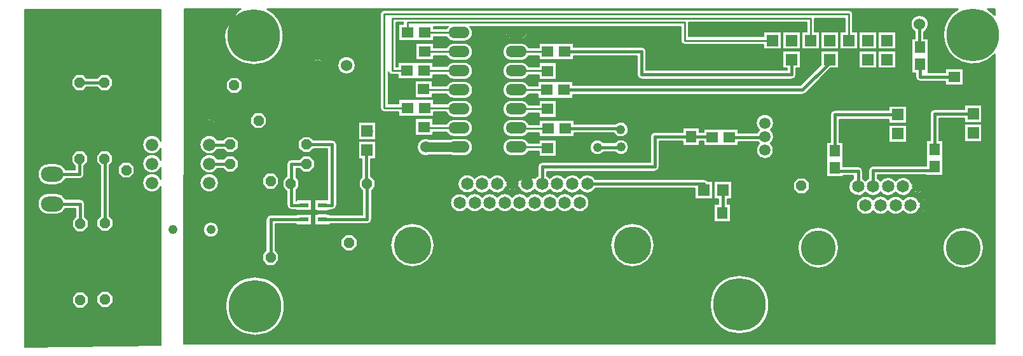
<source format=gbr>
G04 EasyPC Gerber Version 21.0.3 Build 4286 *
G04 #@! TF.Part,Single*
G04 #@! TF.FileFunction,Copper,L1,Top *
G04 #@! TF.FilePolarity,Positive *
%FSLAX35Y35*%
%MOIN*%
G04 #@! TA.AperFunction,ComponentPad*
%AMT78*0 Octagon Pad at angle 0*4,1,8,-0.01077,-0.02600,0.01077,-0.02600,0.02600,-0.01077,0.02600,0.01077,0.01077,0.02600,-0.01077,0.02600,-0.02600,0.01077,-0.02600,-0.01077,-0.01077,-0.02600,0*%
%ADD78T78*%
G04 #@! TA.AperFunction,SMDPad*
%ADD76R,0.05500X0.06000*%
G04 #@! TA.AperFunction,WasherPad*
%ADD26R,0.06000X0.06000*%
G04 #@! TA.AperFunction,ComponentPad*
%ADD80R,0.06600X0.06600*%
G04 #@! TD.AperFunction*
%ADD24C,0.00001*%
%ADD17C,0.00500*%
%ADD18C,0.01000*%
%ADD84C,0.01500*%
G04 #@! TA.AperFunction,ComponentPad*
%ADD79C,0.04764*%
G04 #@! TA.AperFunction,ViaPad*
%ADD85C,0.04800*%
G04 #@! TD.AperFunction*
%ADD83C,0.05000*%
G04 #@! TA.AperFunction,ComponentPad*
%ADD77C,0.05945*%
G04 #@! TA.AperFunction,WasherPad*
%ADD28C,0.06000*%
G04 #@! TA.AperFunction,ComponentPad*
%ADD72C,0.06496*%
%ADD81C,0.06600*%
%ADD73C,0.18307*%
%ADD74C,0.19685*%
G04 #@! TA.AperFunction,WasherPad*
%ADD25C,0.27559*%
%ADD27O,0.11000X0.06000*%
%ADD29O,0.11811X0.07874*%
G04 #@! TA.AperFunction,SMDPad*
%ADD82R,0.04724X0.02362*%
%ADD75R,0.06000X0.05500*%
X0Y0D02*
D02*
D17*
X10880Y181648D02*
Y4778D01*
X82041Y5860*
Y88909*
G75*
G02X72606Y90900I-4508J1991*
G01*
G75*
G02X82041Y92891I4928*
G01*
Y98909*
G75*
G02X72606Y100900I-4508J1991*
G01*
G75*
G02X82041Y102891I4928*
G01*
Y108909*
G75*
G02X72606Y110900I-4508J1991*
G01*
G75*
G02X82041Y112891I4928*
G01*
Y181648*
X10880*
X42293Y73063D02*
X44143Y71213D01*
Y67712*
X41666Y65235*
X38165*
X35687Y67712*
Y71213*
X37537Y73063*
Y77518*
X32250*
G75*
G02X27219Y74331I-5031J2378*
G01*
X23281*
G75*
G02Y85461J5565*
G01*
X27219*
G75*
G02X32250Y82274J-5565*
G01*
X39915*
G75*
G02X42293Y79896J-2378*
G01*
Y73063*
X41666Y33691D02*
X44143Y31213D01*
Y27712*
X41666Y25235*
X38165*
X35687Y27712*
Y31213*
X38165Y33691*
X41666*
X41370Y107608D02*
X43848Y105130D01*
Y101630*
X41998Y99780*
Y95421*
G75*
G02X39620Y93043I-2378*
G01*
X32250*
G75*
G02X27219Y89856I-5031J2378*
G01*
X23281*
G75*
G02Y100986J5565*
G01*
X27219*
G75*
G02X32250Y97799J-5565*
G01*
X37242*
Y99780*
X35392Y101630*
Y105130*
X37870Y107608*
X41370*
X54363Y147608D02*
X56840Y145130D01*
Y141630*
X54363Y139152*
X50862*
X49012Y141002*
X43220*
X41370Y139152*
X37870*
X35392Y141630*
Y145130*
X37870Y147608*
X41370*
X43220Y145758*
X49012*
X50862Y147608*
X54363*
X55187Y73358D02*
X57037Y71508D01*
Y68007*
X54559Y65530*
X51059*
X48581Y68007*
Y71508*
X50431Y73358*
Y99583*
X48384Y101630*
Y105130*
X50862Y107608*
X54363*
X56840Y105130*
Y101630*
X55187Y99976*
Y73358*
X54559Y33986D02*
X57037Y31508D01*
Y28007*
X54559Y25530*
X51059*
X48581Y28007*
Y31508*
X51059Y33986*
X54559*
X65780Y101781D02*
X68257Y99304D01*
Y95803*
X65780Y93325*
X62279*
X59802Y95803*
Y99304*
X62279Y101781*
X65780*
X65209Y80403D02*
X66880Y78733D01*
Y76374*
X65209Y74703*
X62850*
X61180Y76374*
Y78733*
X62850Y80403*
X65209*
X73982Y124451D02*
X81085D01*
Y117348*
X73982*
Y124451*
X78459Y68945D02*
G75*
G02X81091Y66313J-2632D01*
G01*
G75*
G02X78459Y63681I-2632*
G01*
G75*
G02X75827Y66313J2632*
G01*
G75*
G02X78459Y68945I2632*
G01*
X81791Y5856D02*
G36*
Y29463D01*
X57037*
Y28007*
X54559Y25530*
X51059*
X48581Y28007*
Y29463*
X44143*
Y27712*
X41666Y25235*
X38165*
X35687Y27712*
Y29463*
X11130*
Y5028*
X27312*
X81791Y5856*
G37*
X55343Y66313D02*
G36*
X54559Y65530D01*
X51059*
X50276Y66313*
X42744*
X41666Y65235*
X38165*
X37087Y66313*
X11130*
Y29463*
X35687*
Y31213*
X38165Y33691*
X41666*
X44143Y31213*
Y29463*
X48581*
Y31508*
X51059Y33986*
X54559*
X57037Y31508*
Y29463*
X81791*
Y66313*
X81091*
G75*
G02X78459Y63681I-2632*
G01*
G75*
G02X75827Y66313J2632*
G01*
X55343*
G37*
X37087D02*
G36*
X35687Y67712D01*
Y71213*
X37537Y73063*
Y75348*
X30426*
G75*
G02X27219Y74331I-3207J4548*
G01*
X23281*
G75*
G02X20074Y75348J5565*
G01*
X11130*
Y66313*
X37087*
G37*
X50276D02*
G36*
X48581Y68007D01*
Y71508*
X50431Y73358*
Y75348*
X42293*
Y73063*
X44143Y71213*
Y67712*
X42744Y66313*
X50276*
G37*
X65854Y75348D02*
G36*
X65209Y74703D01*
X62850*
X62206Y75348*
X55187*
Y73358*
X57037Y71508*
Y68007*
X55343Y66313*
X75827*
G75*
G02X78459Y68945I2632*
G01*
G75*
G02X81091Y66313J-2632*
G01*
X81791*
Y75348*
X65854*
G37*
X73108Y98732D02*
G36*
X68257D01*
Y95803*
X65780Y93325*
X62279*
X59802Y95803*
Y98732*
X55187*
Y75348*
X62206*
X61180Y76374*
Y78733*
X62850Y80403*
X65209*
X66880Y78733*
Y76374*
X65854Y75348*
X81791*
Y88419*
G75*
G02X72606Y90900I-4258J2481*
G01*
G75*
G02X81791Y93381I4928*
G01*
Y98419*
G75*
G02X73108Y98732I-4258J2481*
G01*
G37*
X37242D02*
G36*
X31692D01*
G75*
G02X32250Y97799I-4473J-3310*
G01*
X37242*
Y98732*
G37*
X37537Y75348D02*
G36*
Y77518D01*
X32250*
G75*
G02X30426Y75348I-5031J2378*
G01*
X37537*
G37*
X50431Y98732D02*
G36*
X41998D01*
Y95421*
G75*
G02X39620Y93043I-2378*
G01*
X32250*
G75*
G02X27219Y89856I-5031J2379*
G01*
X23281*
G75*
G02X17717Y95421J5565*
G01*
G75*
G02X18808Y98732I5565*
G01*
X11130*
Y75348*
X20074*
G75*
G02X17717Y79896I3207J4548*
G01*
G75*
G02X23281Y85461I5565*
G01*
X27219*
G75*
G02X32250Y82274J-5565*
G01*
X39915*
G75*
G02X42293Y79896J-2378*
G01*
Y75348*
X50431*
Y98732*
G37*
X81791Y113381D02*
G36*
Y120900D01*
X81085*
Y117348*
X73982*
Y120900*
X11130*
Y98732*
X18808*
G75*
G02X23281Y100986I4473J-3311*
G01*
X27219*
G75*
G02X31692Y98732I0J-5565*
G01*
X37242*
Y99780*
X35392Y101630*
Y105130*
X37870Y107608*
X41370*
X43848Y105130*
Y101630*
X41998Y99780*
Y98732*
X50431*
Y99583*
X48384Y101630*
Y105130*
X50862Y107608*
X54363*
X56840Y105130*
Y101630*
X55187Y99976*
Y98732*
X59802*
Y99304*
X62279Y101781*
X65780*
X68257Y99304*
Y98732*
X73108*
G75*
G02X72606Y100900I4426J2168*
G01*
G75*
G02X81791Y103381I4928*
G01*
Y108419*
G75*
G02X72606Y110900I-4258J2481*
G01*
G75*
G02X81791Y113381I4928*
G01*
G37*
X56840Y143380D02*
G36*
Y141630D01*
X54363Y139152*
X50862*
X49012Y141002*
X43220*
X41370Y139152*
X37870*
X35392Y141630*
Y143380*
X11130*
Y120900*
X73982*
Y124451*
X81085*
Y120900*
X81791*
Y143380*
X56840*
G37*
X11130Y181398D02*
G36*
Y143380D01*
X35392*
Y145130*
X37870Y147608*
X41370*
X43220Y145758*
X49012*
X50862Y147608*
X54363*
X56840Y145130*
Y143380*
X81791*
Y181398*
X11130*
G37*
X225106Y172906D02*
Y171728D01*
X231947*
G75*
G02X232818Y172906I4110J-2129*
G01*
X225106*
G36*
Y171728*
X231947*
G75*
G02X232818Y172906I4110J-2129*
G01*
X225106*
G37*
X519443Y158433D02*
G75*
G02X492421Y168557I-11614J10124D01*
G01*
G75*
G02X500199Y181943I15407*
G01*
X137852*
G75*
G02X146366Y168163I-6893J-13780*
G01*
G75*
G02X115551I-15407*
G01*
G75*
G02X124065Y181943I15407*
G01*
X94443*
X94148Y6549*
X519443*
Y158433*
X503961Y149510D02*
X510461D01*
Y143510*
X503961*
Y149510*
X185701Y112732D02*
X194957D01*
Y103476*
X192293*
Y94421*
X194557Y92158*
Y88657*
X192707Y86807*
Y71707*
G75*
G02X190329Y69329I-2378*
G01*
X170874*
Y68898*
X162894*
Y74516*
X164272*
Y76378*
X162894*
Y81996*
X169624*
Y108600*
X162138*
X160288Y106750*
X156787*
X154309Y109228*
Y112729*
X156787Y115206*
X160288*
X162138Y113356*
X172002*
G75*
G02X174380Y110978J-2378*
G01*
Y79187*
G75*
G02X172002Y76809I-2378*
G01*
X170874*
Y76378*
X169496*
Y74516*
X170874*
Y74085*
X187951*
Y86807*
X186101Y88657*
Y92158*
X187537Y93594*
Y103476*
X185701*
Y112732*
X182611Y63671D02*
X185088Y61193D01*
Y57693*
X182611Y55215*
X179110*
X176632Y57693*
Y61193*
X179110Y63671*
X182611*
X164522Y155764D02*
G75*
G02X167772Y152514J-3250D01*
G01*
G75*
G02X164522Y149264I-3250*
G01*
G75*
G02X161272Y152514J3250*
G01*
G75*
G02X164522Y155764I3250*
G01*
X174579Y126328D02*
X176250Y124658D01*
Y122299*
X174579Y120628*
X172220*
X170550Y122299*
Y124658*
X172220Y126328*
X174579*
X174894Y152514D02*
G75*
G02X184150I4628D01*
G01*
G75*
G02X174894I-4628*
G01*
X182040Y82293D02*
X183710Y80622D01*
Y78263*
X182040Y76593*
X179681*
X178010Y78263*
Y80622*
X179681Y82293*
X182040*
X185701Y122732D02*
X194957D01*
Y113476*
X185701*
Y122732*
X445016Y170173D02*
X447516D01*
Y160917*
X438260*
Y170173*
X440760*
Y177157*
X425016*
Y170173*
X427516*
Y160917*
X418260*
Y170173*
X420760*
Y175091*
X358972*
G75*
G02X358972Y175033I-2128J-58*
G01*
Y167673*
X398260*
Y170173*
X407516*
Y160917*
X398260*
Y163417*
X356844*
G75*
G02X354717Y165545J2128*
G01*
Y172906*
X244296*
G75*
G02X241057Y164972I-3239J-3305*
G01*
X236057*
G75*
G02X231947Y167472J4628*
G01*
X225106*
Y165419*
X206850*
Y174175*
X209350*
Y175033*
G75*
G02X209351Y175091I2128J-1*
G01*
X205528*
Y151846*
X206555*
Y154096*
X224811*
Y152004*
X232102*
G75*
G02X236057Y154228I3955J-2404*
G01*
X241057*
G75*
G02X245685Y149600J-4628*
G01*
G75*
G02X241057Y144972I-4628*
G01*
X236057*
G75*
G02X231968Y147433J4628*
G01*
X224811*
Y145341*
X206555*
Y147591*
X203400*
G75*
G02X201394Y149008J2128*
G01*
Y132358*
X206850*
Y134608*
X225106*
Y132358*
X232341*
G75*
G02X236057Y134228I3717J-2758*
G01*
X241057*
G75*
G02X245685Y129600J-4628*
G01*
G75*
G02X241057Y124972I-4628*
G01*
X236057*
G75*
G02X231678Y128102J4628*
G01*
X225106*
Y125852*
X206850*
Y128102*
X199266*
G75*
G02X197138Y130230J2128*
G01*
Y179285*
G75*
G02X199266Y181413I2128*
G01*
X442888*
G75*
G02X445016Y179285J-2128*
G01*
Y170173*
X439638Y158795D02*
X446138D01*
Y152295*
X439638*
Y158795*
X428260Y170173D02*
X437516D01*
Y160917*
X428260*
Y170173*
X419638Y158795D02*
X426138D01*
Y152295*
X419638*
Y158795*
X408260Y160173D02*
X417516D01*
Y150917*
X415266*
Y147593*
G75*
G02X412888Y145215I-2378*
G01*
X334207*
G75*
G02X331829Y147593J2378*
G01*
Y157478*
X298630*
Y155478*
X280374*
Y157472*
X275167*
G75*
G02X271057Y154972I-4110J2128*
G01*
X266057*
G75*
G02X261429Y159600J4628*
G01*
G75*
G02X266057Y164228I4628*
G01*
X271057*
G75*
G02X275167Y161728J-4628*
G01*
X280374*
Y164234*
X298630*
Y162234*
X334207*
G75*
G02X336585Y159856J-2378*
G01*
Y149970*
X410510*
Y150917*
X408260*
Y160173*
X290752Y152561D02*
X297252D01*
Y146561*
X290752*
Y152561*
X408260Y170173D02*
X417516D01*
Y160917*
X408260*
Y170173*
X399638Y158795D02*
X406138D01*
Y152295*
X399638*
Y158795*
X280374Y113486D02*
X289630D01*
Y104730*
X280374*
Y107472*
X275167*
G75*
G02X271057Y104972I-4110J2128*
G01*
X266057*
G75*
G02X261429Y109600J4628*
G01*
G75*
G02X266057Y114228I4628*
G01*
X271057*
G75*
G02X275167Y111728J-4628*
G01*
X280374*
Y113486*
X320416Y121683D02*
G75*
G02X327309Y118852I2866J-2831D01*
G01*
G75*
G02X319743Y116927I-4028*
G01*
X298827*
Y114927*
X280571*
Y117177*
X275000*
G75*
G02X271057Y114972I-3943J2423*
G01*
X266057*
G75*
G02X261429Y119600J4628*
G01*
G75*
G02X266057Y124228I4628*
G01*
X271057*
G75*
G02X275307Y121433J-4628*
G01*
X280571*
Y123683*
X298827*
Y121683*
X320416*
X320173Y112037D02*
G75*
G02X327408Y109600I3207J-2437D01*
G01*
G75*
G02X320332Y106967I-4028*
G01*
X314207*
G75*
G02X307049Y109502I-3130J2535*
G01*
G75*
G02X314207Y112037I4028*
G01*
X320173*
X290752Y112108D02*
X297252D01*
Y106108*
X290752*
Y112108*
X280374Y133959D02*
X289630D01*
Y125203*
X280374*
Y127315*
X275081*
G75*
G02X271057Y124972I-4024J2285*
G01*
X266057*
G75*
G02X261429Y129600J4628*
G01*
G75*
G02X266057Y134228I4628*
G01*
X271057*
G75*
G02X275081Y131886J-4628*
G01*
X280374*
Y133959*
X428260Y160173D02*
X437516D01*
Y150917*
X433257*
X420239Y137899*
G75*
G02X418554Y137203I-1681J1681*
G01*
X298138*
Y135203*
X279882*
Y137295*
X275070*
G75*
G02X271057Y134972I-4013J2305*
G01*
X266057*
G75*
G02X261429Y139600J4628*
G01*
G75*
G02X266057Y144228I4628*
G01*
X271057*
G75*
G02X275093Y141866J-4628*
G01*
X279882*
Y143959*
X298138*
Y141959*
X417572*
X428260Y152646*
Y160173*
X503398Y131610D02*
X512654D01*
Y122354*
X503398*
Y124604*
X490128*
Y113118*
X492128*
Y94862*
X483372*
Y94919*
X457943*
Y93188*
G75*
G02X459502Y91808I-2378J-4257*
G01*
G75*
G02X467376I3937J-2877*
G01*
G75*
G02X475983Y90334I3937J-2877*
G01*
G75*
G02X482685Y88931I3204J-1403*
G01*
G75*
G02X475983Y87528I-3498*
G01*
G75*
G02X467376Y86054I-4670J1403*
G01*
G75*
G02X459502I-3937J2877*
G01*
G75*
G02X451628I-3937J2877*
G01*
G75*
G02X442815Y88931I-3937J2877*
G01*
G75*
G02X445313Y93188I4876*
G01*
Y94722*
X439864*
Y93976*
X431108*
Y112232*
X433108*
Y126589*
G75*
G02X435486Y128967I2378*
G01*
X463929*
Y131217*
X473185*
Y121961*
X463929*
Y124211*
X437864*
Y112232*
X439864*
Y99478*
X447691*
G75*
G02X450069Y97100J-2378*
G01*
Y93188*
G75*
G02X451628Y91808I-2378J-4257*
G01*
G75*
G02X453187Y93188I3937J-2877*
G01*
Y97297*
G75*
G02X455565Y99675I2378*
G01*
X483372*
Y113118*
X485372*
Y126982*
G75*
G02X487750Y129360I2378*
G01*
X503398*
Y131610*
X463929Y121217D02*
X473185D01*
Y111961*
X463929*
Y121217*
X465307Y109839D02*
X471807D01*
Y103339*
X465307*
Y109839*
X503398Y121610D02*
X512654D01*
Y112354*
X503398*
Y121610*
X504776Y110232D02*
X511276D01*
Y103732*
X504776*
Y110232*
X502809Y67626D02*
G75*
G02X513591Y56844J-10781D01*
G01*
G75*
G02X502809Y46063I-10781*
G01*
G75*
G02X492028Y56844J10781*
G01*
G75*
G02X502809Y67626I10781*
G01*
X479920Y80492D02*
G75*
G02X486622Y79089I3204J-1403D01*
G01*
G75*
G02X479920Y77685I-3498*
G01*
G75*
G02X471313Y76212I-4670J1403*
G01*
G75*
G02X463439I-3937J2877*
G01*
G75*
G02X455565I-3937J2877*
G01*
G75*
G02X446752Y79089I-3937J2877*
G01*
G75*
G02X455565Y81965I4876*
G01*
G75*
G02X463439I3937J-2877*
G01*
G75*
G02X471313I3937J-2877*
G01*
G75*
G02X479920Y80492I3937J-2877*
G01*
X357289Y127291D02*
X363289D01*
Y120791*
X357289*
Y127291*
X394272Y122199D02*
G75*
G02X403472I4600D01*
G01*
G75*
G02X401806Y118656I-4600J0*
G01*
G75*
G02Y111569I-2934J-3543*
G01*
G75*
G02X398872Y103425I-2934J-3543*
G01*
G75*
G02X395938Y111569J4600*
G01*
G75*
G02X395200Y112341I2934J3544*
G01*
X384969*
Y110341*
X366713*
Y112663*
X364667*
Y110413*
X355911*
Y112663*
X343474*
Y99266*
G75*
G02X341096Y96888I-2378*
G01*
X284518*
Y94566*
G75*
G02X286077Y93186I-2378J-4257*
G01*
G75*
G02X293951I3937J-2877*
G01*
G75*
G02X301825I3937J-2877*
G01*
G75*
G02X310019Y92687I3937J-2877*
G01*
X366864*
G75*
G02X368801Y91689J-2378*
G01*
X371492*
Y82433*
X362236*
Y87931*
X310019*
G75*
G02X301825Y87432I-4257J2378*
G01*
G75*
G02X293951I-3937J2877*
G01*
G75*
G02X286077I-3937J2877*
G01*
G75*
G02X278203I-3937J2877*
G01*
G75*
G02X269596Y88906I-3937J2877*
G01*
G75*
G02X263187I-3204J1403*
G01*
G75*
G02X254581Y87432I-4670J1403*
G01*
G75*
G02X246707I-3937J2877*
G01*
G75*
G02X237894Y90309I-3937J2877*
G01*
G75*
G02X246707Y93186I4876*
G01*
G75*
G02X254581I3937J-2877*
G01*
G75*
G02X263187Y91712I3937J-2877*
G01*
G75*
G02X269596I3204J-1403*
G01*
G75*
G02X278203Y93186I4670J-1403*
G01*
G75*
G02X279762Y94566I3937J-2877*
G01*
Y99266*
G75*
G02X282140Y101644I2378*
G01*
X338719*
Y115041*
G75*
G02X341096Y117419I2378*
G01*
X355911*
Y119669*
X364667*
Y117419*
X366713*
Y119096*
X384969*
Y117096*
X394722*
G75*
G02X395938Y118656I4151J-1985*
G01*
G75*
G02X394272Y122199I2934J3544*
G01*
X372236Y91689D02*
X381492D01*
Y82433*
X379242*
Y79654*
X381006*
Y70398*
X372250*
Y79654*
X374486*
Y82433*
X372236*
Y91689*
X373628Y69276D02*
X379628D01*
Y62776*
X373628*
Y69276*
X370177Y27022D02*
G75*
G02X400992I15407D01*
G01*
G75*
G02X370177I-15407*
G01*
X329384Y69693D02*
G75*
G02X340854Y58222J-11470D01*
G01*
G75*
G02X329384Y46752I-11470*
G01*
G75*
G02X317913Y58222J11470*
G01*
G75*
G02X329384Y69693I11470*
G01*
X419717Y93494D02*
X422194Y91016D01*
Y87515*
X419717Y85038*
X416216*
X413739Y87515*
Y91016*
X416216Y93494*
X419717*
X426825Y67626D02*
G75*
G02X437606Y56844J-10781D01*
G01*
G75*
G02X426825Y46063I-10781*
G01*
G75*
G02X416043Y56844J10781*
G01*
G75*
G02X426825Y67626I10781*
G01*
X419146Y112116D02*
X420817Y110445D01*
Y108086*
X419146Y106416*
X416787*
X415117Y108086*
Y110445*
X416787Y112116*
X419146*
X290752Y132581D02*
X297252D01*
Y126581*
X290752*
Y132581*
X280374Y153939D02*
X289630D01*
Y145183*
X280374*
Y147315*
X275081*
G75*
G02X271057Y144972I-4024J2285*
G01*
X266057*
G75*
G02X261429Y149600J4628*
G01*
G75*
G02X266057Y154228I4628*
G01*
X271057*
G75*
G02X275081Y151886J-4628*
G01*
X280374*
Y153939*
X271057Y172850D02*
G75*
G02X274307Y169600J-3250D01*
G01*
G75*
G02X271057Y166350I-3250*
G01*
X266057*
G75*
G02X262807Y169600J3250*
G01*
G75*
G02X266057Y172850I3250*
G01*
X271057*
X241057Y164228D02*
G75*
G02X245685Y159600J-4628D01*
G01*
G75*
G02X241057Y154972I-4628*
G01*
X236057*
G75*
G02X231947Y157472J4628*
G01*
X225224*
Y155478*
X215969*
Y164234*
X225224*
Y161728*
X231947*
G75*
G02X236057Y164228I4110J-2128*
G01*
X241057*
X208346Y162856D02*
X214846D01*
Y156856*
X208346*
Y162856*
X207756Y142915D02*
X214256D01*
Y136915*
X207756*
Y142915*
X241057Y144228D02*
G75*
G02Y134972J-4628D01*
G01*
X236057*
G75*
G02X231947Y137472J4628*
G01*
X224634*
Y135537*
X215378*
Y144293*
X224634*
Y141728*
X231947*
G75*
G02X236057Y144228I4110J-2128*
G01*
X241057*
X208051Y123230D02*
X214551D01*
Y117230*
X208051*
Y123230*
X241057Y124228D02*
G75*
G02X245685Y119600J-4628D01*
G01*
G75*
G02X241057Y114972I-4628*
G01*
X236057*
G75*
G02X231947Y117472J4628*
G01*
X224929*
Y115852*
X215673*
Y124608*
X224929*
Y121728*
X231947*
G75*
G02X236057Y124228I4110J-2128*
G01*
X241057*
Y114228D02*
G75*
G02X245685Y109600J-4628D01*
G01*
G75*
G02X241057Y104972I-4628*
G01*
X236057*
G75*
G02X233965Y105472J4628*
G01*
X223209*
G75*
G02X216488Y109600I-2093J4128*
G01*
G75*
G02X223209Y113728I4628*
G01*
X233965*
G75*
G02X236057Y114228I2093J-4128*
G01*
X241057*
X297888Y83343D02*
G75*
G02X306701Y80467I3937J-2877D01*
G01*
G75*
G02X297888Y77590I-4876*
G01*
G75*
G02X290014I-3937J2877*
G01*
G75*
G02X282140I-3937J2877*
G01*
G75*
G02X274266I-3937J2877*
G01*
G75*
G02X266392I-3937J2877*
G01*
G75*
G02X258518I-3937J2877*
G01*
G75*
G02X250644I-3937J2877*
G01*
G75*
G02X242770I-3937J2877*
G01*
G75*
G02X233957Y80467I-3937J2877*
G01*
G75*
G02X242770Y83343I4876*
G01*
G75*
G02X250644I3937J-2877*
G01*
G75*
G02X258518I3937J-2877*
G01*
G75*
G02X266392I3937J-2877*
G01*
G75*
G02X274266I3937J-2877*
G01*
G75*
G02X282140I3937J-2877*
G01*
G75*
G02X290014I3937J-2877*
G01*
G75*
G02X297888I3937J-2877*
G01*
X214030Y69693D02*
G75*
G02X225500Y58222J-11470D01*
G01*
G75*
G02X214030Y46752I-11470*
G01*
G75*
G02X202559Y58222J11470*
G01*
G75*
G02X214030Y69693I11470*
G01*
X448260Y160173D02*
X457516D01*
Y150917*
X448260*
Y160173*
Y170173D02*
X457516D01*
Y160917*
X448260*
Y170173*
X458260Y160173D02*
X467516D01*
Y150917*
X458260*
Y160173*
Y170173D02*
X467516D01*
Y160917*
X458260*
Y170173*
X493583Y150888D02*
X502839D01*
Y142132*
X493583*
Y144132*
X480171*
G75*
G02X477793Y146510J2378*
G01*
Y148307*
X475793*
Y166563*
X477596*
Y170098*
G75*
G02X475346Y174069I2378J3970*
G01*
G75*
G02X484602I4628*
G01*
G75*
G02X482352Y170098I-4628*
G01*
Y166563*
X484549*
Y148888*
X493583*
Y150888*
X122374Y146171D02*
X124852Y143693D01*
Y140193*
X122374Y137715*
X118874*
X116396Y140193*
Y143693*
X118874Y146171*
X122374*
X121804Y124793D02*
X123474Y123122D01*
Y120763*
X121804Y119093*
X119444*
X117774Y120763*
Y123122*
X119444Y124793*
X121804*
X135150Y127706D02*
X137628Y125229D01*
Y121728*
X135150Y119250*
X131649*
X129172Y121728*
Y125229*
X131649Y127706*
X135150*
X153051Y74516D02*
X161031D01*
Y68898*
X153051*
Y69329*
X142096*
Y55406*
X143946Y53556*
Y50055*
X141469Y47577*
X137968*
X135491Y50055*
Y53556*
X137341Y55406*
Y71707*
G75*
G02X139719Y74085I2378*
G01*
X153051*
Y74516*
X141469Y96033D02*
X143946Y93556D01*
Y90055*
X141469Y87577*
X137968*
X135491Y90055*
Y93556*
X137968Y96033*
X141469*
X160288Y104970D02*
X162765Y102493D01*
Y98992*
X160288Y96514*
X156787*
X154937Y98364*
X153022*
Y93693*
X154557Y92158*
Y88657*
X153022Y87122*
Y81565*
X153051*
Y81996*
X161031*
Y76378*
X153051*
Y76809*
X150644*
G75*
G02X148266Y79187J2378*
G01*
Y86492*
X146101Y88657*
Y92158*
X148266Y94323*
Y100742*
G75*
G02X150644Y103120I2378*
G01*
X154937*
X156787Y104970*
X160288*
X98459Y68945D02*
G75*
G02X101091Y66313J-2632D01*
G01*
G75*
G02X98459Y63681I-2632*
G01*
G75*
G02X95827Y66313J2632*
G01*
G75*
G02X98459Y68945I2632*
G01*
X107533Y95828D02*
G75*
G02X112461Y90900J-4928D01*
G01*
G75*
G02X107533Y85972I-4928*
G01*
G75*
G02X102606Y90900J4928*
G01*
G75*
G02X107533Y95828I4928*
G01*
X104449Y66313D02*
G75*
G02X112469I4010D01*
G01*
G75*
G02X104449I-4010*
G01*
X120288Y104970D02*
X122765Y102493D01*
Y98992*
X120288Y96514*
X116787*
X114937Y98364*
X111759*
G75*
G02X102606Y100900I-4226J2535*
G01*
G75*
G02X111759Y103435I4928*
G01*
X115252*
X116787Y104970*
X120288*
X116142Y26234D02*
G75*
G02X146957I15407D01*
G01*
G75*
G02X116142I-15407*
G01*
X120288Y115206D02*
X122765Y112729D01*
Y109228*
X120288Y106750*
X116787*
X115173Y108364*
X111759*
G75*
G02X102606Y110900I-4226J2535*
G01*
G75*
G02X111759Y113435I4928*
G01*
X115016*
X116787Y115206*
X120288*
X103983Y120900D02*
G75*
G02X111083I3550D01*
G01*
G75*
G02X103983I-3550*
G01*
X94398Y27022D02*
G36*
Y6799D01*
X519193*
Y27022*
X400992*
G75*
G02X370177I-15407*
G01*
X146937*
G75*
G02X146957Y26234I-15389J-786*
G01*
G75*
G02X116142I-15407*
G01*
G75*
G02X116162Y27022I15409J1*
G01*
X94398*
G37*
X185088Y59443D02*
G36*
Y57693D01*
X182611Y55215*
X179110*
X176632Y57693*
Y59443*
X142096*
Y55406*
X143946Y53556*
Y50055*
X141469Y47577*
X137968*
X135491Y50055*
Y53556*
X137341Y55406*
Y59443*
X94398*
Y27022*
X116162*
G75*
G02X146937I15387J-787*
G01*
X370177*
G75*
G02X400992I15407*
G01*
X519193*
Y59443*
X513273*
G75*
G02X513591Y56844I-10465J-2598*
G01*
G75*
G02X502809Y46063I-10781*
G01*
G75*
G02X492028Y56844J10781*
G01*
G75*
G02X492345Y59443I10782J0*
G01*
X437289*
G75*
G02X437606Y56844I-10465J-2598*
G01*
G75*
G02X426825Y46063I-10781*
G01*
G75*
G02X416043Y56844J10781*
G01*
G75*
G02X416361Y59443I10782J0*
G01*
X340789*
G75*
G02X340854Y58223I-11404J-1219*
G01*
G75*
G02Y58222I-22557J0*
G01*
G75*
G02X329384Y46752I-11470J-1*
G01*
G75*
G02X317913Y58222J11470*
G01*
G75*
G02Y58223I22557J1*
G01*
G75*
G02X317978Y59443I11469J1*
G01*
X225435*
G75*
G02X225500Y58223I-11404J-1219*
G01*
G75*
G02Y58222I-22557J0*
G01*
G75*
G02X214030Y46752I-11470J-1*
G01*
G75*
G02X202559Y58222J11470*
G01*
G75*
G02Y58223I22557J1*
G01*
G75*
G02X202624Y59443I11469J1*
G01*
X185088*
G37*
X137341Y66026D02*
G36*
X112458D01*
G75*
G02X104459I-4000J287*
G01*
X101075*
G75*
G02X98459Y63681I-2616J287*
G01*
G75*
G02X95843Y66026J2632*
G01*
X94398*
Y59443*
X137341*
Y66026*
G37*
X202624Y59443D02*
G36*
G75*
G02X205622Y66026I11405J-1220D01*
G01*
X142096*
Y59443*
X176632*
Y61193*
X179110Y63671*
X182611*
X185088Y61193*
Y59443*
X202624*
G37*
X317978D02*
G36*
G75*
G02X320976Y66026I11405J-1220D01*
G01*
X222437*
G75*
G02X225435Y59443I-8407J-7803*
G01*
X317978*
G37*
X416361D02*
G36*
G75*
G02X421173Y66026I10464J-2599D01*
G01*
X379628*
Y62776*
X373628*
Y66026*
X337791*
G75*
G02X340789Y59443I-8407J-7803*
G01*
X416361*
G37*
X492345D02*
G36*
G75*
G02X497157Y66026I10464J-2599D01*
G01*
X432477*
G75*
G02X437289Y59443I-5652J-9181*
G01*
X492345*
G37*
X513273D02*
G36*
X519193D01*
Y66026*
X508461*
G75*
G02X513273Y59443I-5652J-9181*
G01*
G37*
X381006Y79443D02*
G36*
Y70398D01*
X372250*
Y79443*
X306592*
G75*
G02X297888Y77590I-4767J1024*
G01*
G75*
G02X290014I-3937J2877*
G01*
G75*
G02X282140I-3937J2877*
G01*
G75*
G02X274266I-3937J2877*
G01*
G75*
G02X266392I-3937J2877*
G01*
G75*
G02X258518I-3937J2877*
G01*
G75*
G02X250644I-3937J2877*
G01*
G75*
G02X242770I-3937J2877*
G01*
G75*
G02X234065Y79443I-3937J2877*
G01*
X192707*
Y71707*
G75*
G02X190329Y69329I-2378*
G01*
X170874*
Y68898*
X162894*
Y74516*
X164272*
Y76378*
X162894*
Y79443*
X161031*
Y76378*
X153051*
Y76809*
X150644*
G75*
G02X148266Y79187J2378*
G01*
Y79443*
X94398*
Y66026*
X95843*
G75*
G02X95827Y66313I2616J287*
G01*
G75*
G02X98459Y68945I2632*
G01*
G75*
G02X101091Y66313J-2632*
G01*
G75*
G02X101075Y66026I-2632*
G01*
X104459*
G75*
G02X104449Y66313I4000J286*
G01*
G75*
G02X112469I4010*
G01*
G75*
G02X112458Y66026I-4010J-1*
G01*
X137341*
Y71707*
G75*
G02X139719Y74085I2378*
G01*
X153051*
Y74516*
X161031*
Y68898*
X153051*
Y69329*
X142096*
Y66026*
X205622*
G75*
G02X214030Y69693I8407J-7802*
G01*
G75*
G02X222437Y66026I0J-11470*
G01*
X320976*
G75*
G02X329384Y69693I8407J-7802*
G01*
G75*
G02X337791Y66026I0J-11470*
G01*
X373628*
Y69276*
X379628*
Y66026*
X421173*
G75*
G02X426825Y67626I5652J-9181*
G01*
G75*
G02X432477Y66026I0J-10781*
G01*
X497157*
G75*
G02X502809Y67626I5652J-9181*
G01*
G75*
G02X508461Y66026I0J-10781*
G01*
X519193*
Y79443*
X486604*
G75*
G02X486622Y79089I-3482J-356*
G01*
G75*
G02X479920Y77685I-3498J0*
G01*
G75*
G02X471313Y76212I-4670J1404*
G01*
G75*
G02X463439I-3937J2877*
G01*
G75*
G02X455565I-3937J2877*
G01*
G75*
G02X446752Y79089I-3937J2877*
G01*
G75*
G02X446765Y79443I4879J-2*
G01*
X381006*
G37*
X187951D02*
G36*
X183710D01*
Y78263*
X182040Y76593*
X179681*
X178010Y78263*
Y79443*
X174380*
Y79187*
G75*
G02X172002Y76809I-2378*
G01*
X170874*
Y76378*
X169496*
Y74516*
X170874*
Y74085*
X187951*
Y79443*
G37*
X148266D02*
G36*
Y86492D01*
X146101Y88657*
Y92052*
X143946*
Y90055*
X141469Y87577*
X137968*
X135491Y90055*
Y92052*
X112325*
G75*
G02X112461Y90900I-4792J-1152*
G01*
G75*
G02X107533Y85972I-4928*
G01*
G75*
G02X102606Y90900J4928*
G01*
G75*
G02X102742Y92052I4929*
G01*
X94398*
Y79443*
X148266*
G37*
X169624Y92052D02*
G36*
X154557D01*
Y88657*
X153022Y87122*
Y81565*
X153051*
Y81996*
X161031*
Y79443*
X162894*
Y81996*
X169624*
Y92052*
G37*
X186101D02*
G36*
X174380D01*
Y79443*
X178010*
Y80622*
X179681Y82293*
X182040*
X183710Y80622*
Y79443*
X187951*
Y86807*
X186101Y88657*
Y92052*
G37*
X480767D02*
G36*
G75*
G02X482685Y88931I-1580J-3121D01*
G01*
G75*
G02X475983Y87528I-3498J0*
G01*
G75*
G02X467376Y86054I-4670J1404*
G01*
G75*
G02X459502I-3937J2877*
G01*
G75*
G02X451628I-3937J2877*
G01*
G75*
G02X442815Y88931I-3937J2877*
G01*
Y88931*
G75*
G02X443944Y92052I4875*
G01*
X421159*
X422194Y91016*
Y87515*
X419717Y85038*
X416216*
X413739Y87515*
Y91016*
X414774Y92052*
X368482*
G75*
G02X368801Y91689I-1618J-1743*
G01*
X371492*
Y82433*
X362236*
Y87931*
X310019*
G75*
G02X301825Y87432I-4257J2378*
G01*
G75*
G02X293951I-3937J2877*
G01*
G75*
G02X286077I-3937J2877*
G01*
G75*
G02X278203I-3937J2877*
G01*
G75*
G02X269596Y88906I-3937J2877*
G01*
G75*
G02X263187I-3204J1403*
G01*
G75*
G02X254581Y87432I-4670J1404*
G01*
G75*
G02X246707I-3937J2877*
G01*
G75*
G02X237894Y90309I-3937J2877*
G01*
G75*
G02X238216Y92052I4876*
G01*
X194557*
Y88657*
X192707Y86807*
Y79443*
X234065*
G75*
G02X233957Y80467I4768J1024*
G01*
G75*
G02X242770Y83343I4876*
G01*
G75*
G02X250644I3937J-2877*
G01*
G75*
G02X258518I3937J-2877*
G01*
G75*
G02X266392I3937J-2877*
G01*
G75*
G02X274266I3937J-2877*
G01*
G75*
G02X282140I3937J-2877*
G01*
G75*
G02X290014I3937J-2877*
G01*
G75*
G02X297888I3937J-2877*
G01*
G75*
G02X306701Y80467I3937J-2877*
G01*
G75*
G02X306592Y79443I-4877*
G01*
X372250*
Y79654*
X374486*
Y82433*
X372236*
Y91689*
X381492*
Y82433*
X379242*
Y79654*
X381006*
Y79443*
X446765*
G75*
G02X455565Y81965I4863J-354*
G01*
G75*
G02X463439I3937J-2877*
G01*
G75*
G02X471313I3937J-2877*
G01*
G75*
G02X479920Y80492I3937J-2877*
G01*
G75*
G02X486604Y79443I3204J-1403*
G01*
X519193*
Y92052*
X480767*
G37*
X263359D02*
G36*
X263072D01*
G75*
G02X263187Y91712I-4554J-1741*
G01*
G75*
G02X263359Y92052I3205J-1402*
G01*
G37*
X269712D02*
G36*
X269425D01*
G75*
G02X269596Y91712I-3033J-1742*
G01*
G75*
G02X269712Y92052I4670J-1401*
G01*
G37*
X451819D02*
G36*
X451437D01*
G75*
G02X451628Y91808I-3751J-3124*
G01*
G75*
G02X451819Y92052I3941J-2880*
G01*
G37*
X459693D02*
G36*
X459311D01*
G75*
G02X459502Y91808I-3751J-3124*
G01*
G75*
G02X459693Y92052I3937J-2877*
G01*
G37*
X467567D02*
G36*
X467185D01*
G75*
G02X467376Y91808I-3747J-3121*
G01*
G75*
G02X467567Y92052I3937J-2877*
G01*
G37*
X477607D02*
G36*
X475059D01*
G75*
G02X475983Y90334I-3746J-3122*
G01*
G75*
G02X477607Y92052I3204J-1403*
G01*
G37*
X148271Y100900D02*
G36*
X122765D01*
Y98992*
X120288Y96514*
X116787*
X114937Y98364*
X111759*
G75*
G02X102606Y100900I-4226J2535*
G01*
X94398*
Y92052*
X102742*
G75*
G02X107533Y95828I4791J-1152*
G01*
G75*
G02X112325Y92052J-4928*
G01*
X135491*
Y93556*
X137968Y96033*
X141469*
X143946Y93556*
Y92052*
X146101*
Y92158*
X148266Y94323*
Y100742*
G75*
G02X148271Y100900I2380J2*
G01*
G37*
X169624D02*
G36*
X162765D01*
Y98992*
X160288Y96514*
X156787*
X154937Y98364*
X153022*
Y93693*
X154557Y92158*
Y92052*
X169624*
Y100900*
G37*
X186101Y92052D02*
G36*
Y92158D01*
X187537Y93594*
Y100900*
X174380*
Y92052*
X186101*
G37*
X269712D02*
G36*
G75*
G02X278203Y93186I4554J-1743D01*
G01*
G75*
G02X279762Y94566I3941J-2882*
G01*
Y99266*
G75*
G02X280412Y100900I2378J0*
G01*
X192293*
Y94421*
X194557Y92158*
Y92052*
X238216*
G75*
G02X246707Y93186I4554J-1743*
G01*
G75*
G02X254581I3937J-2877*
G01*
G75*
G02X263072Y92052I3937J-2877*
G01*
X263359*
G75*
G02X269425I3033J-1743*
G01*
X269712*
G37*
X443944D02*
G36*
G75*
G02X445313Y93188I3746J-3120D01*
G01*
Y94722*
X439864*
Y93976*
X431108*
Y100900*
X343474*
Y99266*
G75*
G02X341096Y96888I-2378*
G01*
X284518*
Y94566*
G75*
G02X286077Y93186I-2382J-4262*
G01*
G75*
G02X293951I3937J-2877*
G01*
G75*
G02X301825I3937J-2877*
G01*
G75*
G02X310019Y92687I3937J-2877*
G01*
X366864*
G75*
G02X368482Y92052J-2378*
G01*
X414774*
X416216Y93494*
X419717*
X421159Y92052*
X443944*
G37*
X483372Y100900D02*
G36*
X439864D01*
Y99478*
X447691*
G75*
G02X450069Y97100J-2378*
G01*
Y93188*
G75*
G02X451437Y92052I-2382J-4263*
G01*
X451819*
G75*
G02X453187Y93188I3751J-3127*
G01*
Y97297*
G75*
G02X455565Y99675I2378*
G01*
X483372*
Y100900*
G37*
X492128D02*
G36*
Y94862D01*
X483372*
Y94919*
X457943*
Y93188*
G75*
G02X459311Y92052I-2382J-4263*
G01*
X459693*
G75*
G02X467185I3746J-3121*
G01*
X467567*
G75*
G02X475059I3746J-3121*
G01*
X477607*
G75*
G02X480767I1580J-3121*
G01*
X519193*
Y100900*
X492128*
G37*
X154309Y109479D02*
G36*
X122765D01*
Y109228*
X120288Y106750*
X116787*
X115173Y108364*
X111759*
G75*
G02X102815Y109479I-4226J2535*
G01*
X94398*
Y100900*
X102606*
G75*
G02X111759Y103435I4928*
G01*
X115252*
X116787Y104970*
X120288*
X122765Y102493*
Y100900*
X148271*
G75*
G02X150644Y103120I2373J-157*
G01*
X154937*
X156787Y104970*
X160288*
X162765Y102493*
Y100900*
X169624*
Y108600*
X162138*
X160288Y106750*
X156787*
X154309Y109228*
Y109479*
G37*
X185701D02*
G36*
X174380D01*
Y100900*
X187537*
Y103476*
X185701*
Y109479*
G37*
X338719D02*
G36*
X327406D01*
G75*
G02X320332Y106967I-4026J122*
G01*
X314207*
G75*
G02X307049Y109479I-3130J2535*
G01*
X297252*
Y106108*
X290752*
Y109479*
X289630*
Y104730*
X280374*
Y107472*
X275167*
G75*
G02X271057Y104972I-4110J2128*
G01*
X266057*
G75*
G02X261431Y109479J4628*
G01*
X245683*
G75*
G02X241057Y104972I-4626J121*
G01*
X236057*
G75*
G02X233965Y105472I0J4631*
G01*
X223209*
G75*
G02X216490Y109479I-2092J4128*
G01*
X194957*
Y103476*
X192293*
Y100900*
X280412*
G75*
G02X282140Y101644I1728J-1634*
G01*
X338719*
Y109479*
G37*
X431108D02*
G36*
X420817D01*
Y108086*
X419146Y106416*
X416787*
X415117Y108086*
Y109479*
X403237*
G75*
G02X403472Y108026I-4365J-1453*
G01*
G75*
G02X398872Y103425I-4600*
G01*
G75*
G02X394272Y108026J4600*
G01*
G75*
G02X394507Y109479I4600J0*
G01*
X343474*
Y100900*
X431108*
Y109479*
G37*
X483372D02*
G36*
X471807D01*
Y103339*
X465307*
Y109479*
X439864*
Y100900*
X483372*
Y109479*
G37*
X511276D02*
G36*
Y103732D01*
X504776*
Y109479*
X492128*
Y100900*
X519193*
Y109479*
X511276*
G37*
X355911Y118104D02*
G36*
X327239D01*
G75*
G02X319743Y116927I-3958J748*
G01*
X298827*
Y114927*
X280571*
Y117177*
X275000*
G75*
G02X271057Y114972I-3943J2424*
G01*
X266057*
G75*
G02X261678Y118104J4628*
G01*
X245437*
G75*
G02X241057Y114972I-4380J1496*
G01*
X236057*
G75*
G02X231947Y117472J4628*
G01*
X224929*
Y115852*
X215673*
Y118104*
X214551*
Y117230*
X208051*
Y118104*
X194957*
Y113476*
X185701*
Y118104*
X109722*
G75*
G02X105345I-2188J2795*
G01*
X94398*
Y109479*
X102815*
G75*
G02X102606Y110900I4719J1420*
G01*
G75*
G02X111759Y113435I4928*
G01*
X115016*
X116787Y115206*
X120288*
X122765Y112729*
Y109479*
X154309*
Y112729*
X156787Y115206*
X160288*
X162138Y113356*
X172002*
G75*
G02X174380Y110978J-2378*
G01*
Y109479*
X185701*
Y112732*
X194957*
Y109479*
X216490*
G75*
G02X216488Y109600I4628J121*
G01*
G75*
G02X223209Y113728I4628J0*
G01*
X233965*
G75*
G02X236057Y114228I2093J-4131*
G01*
X241057*
G75*
G02X245685Y109600J-4628*
G01*
G75*
G02X245683Y109479I-4629J0*
G01*
X261431*
G75*
G02X261429Y109600I4628J121*
G01*
G75*
G02X266057Y114228I4628*
G01*
X271057*
G75*
G02X275167Y111728J-4628*
G01*
X280374*
Y113486*
X289630*
Y109479*
X290752*
Y112108*
X297252*
Y109479*
X307049*
G75*
G02Y109502I4038J11*
G01*
G75*
G02X314207Y112037I4028*
G01*
X320173*
G75*
G02X327408Y109600I3207J-2437*
G01*
G75*
G02X327406Y109479I-4028J5*
G01*
X338719*
Y115041*
G75*
G02X341096Y117419I2378*
G01*
X355911*
Y118104*
G37*
X394507Y109479D02*
G36*
G75*
G02X395938Y111569I4365J-1454D01*
G01*
G75*
G02X395200Y112341I2922J3533*
G01*
X384969*
Y110341*
X366713*
Y112663*
X364667*
Y110413*
X355911*
Y112663*
X343474*
Y109479*
X394507*
G37*
X366713Y118104D02*
G36*
X364667D01*
Y117419*
X366713*
Y118104*
G37*
X395378D02*
G36*
X384969D01*
Y117096*
X394722*
G75*
G02X395378Y118104I4154J-1987*
G01*
G37*
X431108Y109479D02*
G36*
Y112232D01*
X433108*
Y118104*
X402367*
G75*
G02X403472Y115112I-3494J-2992*
G01*
G75*
G02X401806Y111569I-4600*
G01*
G75*
G02X403237Y109479I-2934J-3543*
G01*
X415117*
Y110445*
X416787Y112116*
X419146*
X420817Y110445*
Y109479*
X431108*
G37*
X483372D02*
G36*
Y113118D01*
X485372*
Y118104*
X473185*
Y111961*
X463929*
Y118104*
X437864*
Y112232*
X439864*
Y109479*
X465307*
Y109839*
X471807*
Y109479*
X483372*
G37*
X512654Y118104D02*
G36*
Y112354D01*
X503398*
Y118104*
X490128*
Y113118*
X492128*
Y109479*
X504776*
Y110232*
X511276*
Y109479*
X519193*
Y118104*
X512654*
G37*
X105094Y123478D02*
G36*
X94398D01*
Y118104*
X105345*
G75*
G02X103983Y120900I2188J2795*
G01*
G75*
G02X105094Y123478I3550*
G01*
G37*
X215673Y118104D02*
G36*
Y123478D01*
X176250*
Y122299*
X174579Y120628*
X172220*
X170550Y122299*
Y123478*
X137628*
Y121728*
X135150Y119250*
X131649*
X129172Y121728*
Y123478*
X123118*
X123474Y123122*
Y120763*
X121804Y119093*
X119444*
X117774Y120763*
Y123122*
X118130Y123478*
X109973*
G75*
G02X111083Y120900I-2440J-2579*
G01*
G75*
G02X109722Y118104I-3550*
G01*
X185701*
Y122732*
X194957*
Y118104*
X208051*
Y123230*
X214551*
Y118104*
X215673*
G37*
X233531Y123478D02*
G36*
X224929D01*
Y121728*
X231947*
G75*
G02X233531Y123478I4110J-2128*
G01*
G37*
X261678Y118104D02*
G36*
G75*
G02X261429Y119600I4380J1496D01*
G01*
G75*
G02X263531Y123478I4628J0*
G01*
X243583*
G75*
G02X245685Y119600I-2526J-3878*
G01*
G75*
G02X245437Y118104I-4628*
G01*
X261678*
G37*
X280571Y123478D02*
G36*
X273583D01*
G75*
G02X275307Y121433I-2526J-3878*
G01*
X280571*
Y123478*
G37*
X394453D02*
G36*
X363289D01*
Y120791*
X357289*
Y123478*
X298827*
Y121683*
X320416*
G75*
G02X327309Y118852I2866J-2831*
G01*
G75*
G02X327239Y118104I-4028*
G01*
X355911*
Y119669*
X364667*
Y118104*
X366713*
Y119096*
X384969*
Y118104*
X395378*
G75*
G02X395938Y118656I3497J-2994*
G01*
G75*
G02X394272Y122198I2933J3543*
G01*
Y122199*
G75*
G02X394453Y123478I4601*
G01*
G37*
X433108D02*
G36*
X403291D01*
G75*
G02X403472Y122199I-4419J-1280*
G01*
Y122198*
G75*
G02X401806Y118656I-4600*
G01*
G75*
G02X402367Y118104I-2933J-3544*
G01*
X433108*
Y123478*
G37*
X485372D02*
G36*
X473185D01*
Y121961*
X463929*
Y123478*
X437864*
Y118104*
X463929*
Y121217*
X473185*
Y118104*
X485372*
Y123478*
G37*
X512654D02*
G36*
Y122354D01*
X503398*
Y123478*
X490128*
Y118104*
X503398*
Y121610*
X512654*
Y118104*
X519193*
Y123478*
X512654*
G37*
X463929Y129600D02*
G36*
X297252D01*
Y126581*
X290752*
Y129600*
X289630*
Y125203*
X280374*
Y127315*
X275081*
G75*
G02X271057Y124972I-4024J2286*
G01*
X266057*
G75*
G02X261429Y129600J4628*
G01*
X245685*
G75*
G02X241057Y124972I-4628*
G01*
X236057*
G75*
G02X231678Y128102I0J4629*
G01*
X225106*
Y125852*
X206850*
Y128102*
X199266*
G75*
G02X197233Y129600J2128*
G01*
X94398*
Y123478*
X105094*
G75*
G02X109973I2440J-2579*
G01*
X118130*
X119444Y124793*
X121804*
X123118Y123478*
X129172*
Y125229*
X131649Y127706*
X135150*
X137628Y125229*
Y123478*
X170550*
Y124658*
X172220Y126328*
X174579*
X176250Y124658*
Y123478*
X215673*
Y124608*
X224929*
Y123478*
X233531*
G75*
G02X236057Y124228I2526J-3879*
G01*
X241057*
G75*
G02X243583Y123478J-4628*
G01*
X263531*
G75*
G02X266057Y124228I2526J-3878*
G01*
X271057*
G75*
G02X273583Y123478I0J-4628*
G01*
X280571*
Y123683*
X298827*
Y123478*
X357289*
Y127291*
X363289*
Y123478*
X394453*
G75*
G02X403291I4419J-1280*
G01*
X433108*
Y126589*
G75*
G02X435486Y128967I2378*
G01*
X463929*
Y129600*
G37*
Y123478D02*
G36*
Y124211D01*
X437864*
Y123478*
X463929*
G37*
X503398Y129600D02*
G36*
X473185D01*
Y123478*
X485372*
Y126982*
G75*
G02X487750Y129360I2378*
G01*
X503398*
Y129600*
G37*
Y123478D02*
G36*
Y124604D01*
X490128*
Y123478*
X503398*
G37*
X512654Y129600D02*
G36*
Y123478D01*
X519193*
Y129600*
X512654*
G37*
X197233D02*
G36*
G75*
G02X197138Y130230I2033J630D01*
G01*
Y139915*
X124575*
X122374Y137715*
X118874*
X116673Y139915*
X94398*
Y129600*
X197233*
G37*
X512654D02*
G36*
X519193D01*
Y139915*
X422255*
X420239Y137899*
G75*
G02X418554Y137203I-1681J1682*
G01*
X298138*
Y135203*
X279882*
Y137295*
X275070*
G75*
G02X271057Y134972I-4012J2304*
G01*
X266057*
G75*
G02X261429Y139600J4628*
G01*
G75*
G02X261440Y139915I4628J2*
G01*
X245674*
G75*
G02X245685Y139600I-4618J-313*
G01*
G75*
G02X241057Y134972I-4628*
G01*
X236057*
G75*
G02X231947Y137472J4628*
G01*
X224634*
Y135537*
X215378*
Y139915*
X214256*
Y136915*
X207756*
Y139915*
X201394*
Y132358*
X206850*
Y134608*
X225106*
Y132358*
X232341*
G75*
G02X236057Y134228I3716J-2757*
G01*
X241057*
G75*
G02X245685Y129600J-4628*
G01*
X261429*
G75*
G02X266057Y134228I4628*
G01*
X271057*
G75*
G02X275081Y131886J-4628*
G01*
X280374*
Y133959*
X289630*
Y129600*
X290752*
Y132581*
X297252*
Y129600*
X463929*
Y131217*
X473185*
Y129600*
X503398*
Y131610*
X512654*
Y129600*
G37*
X197138Y146510D02*
G36*
X94398D01*
Y139915*
X116673*
X116396Y140193*
Y143693*
X118874Y146171*
X122374*
X124852Y143693*
Y140193*
X124575Y139915*
X197138*
Y146510*
G37*
X422123D02*
G36*
X415005D01*
G75*
G02X412888Y145215I-2117J1083*
G01*
X334207*
G75*
G02X332089Y146510J2378*
G01*
X289630*
Y145183*
X280374*
Y146510*
X274502*
G75*
G02X271057Y144972I-3445J3091*
G01*
X266057*
G75*
G02X262612Y146510J4628*
G01*
X244502*
G75*
G02X241057Y144972I-3445J3091*
G01*
X236057*
G75*
G02X232612Y146510I0J4628*
G01*
X224811*
Y145341*
X206555*
Y146510*
X201394*
Y139915*
X207756*
Y142915*
X214256*
Y139915*
X215378*
Y144293*
X224634*
Y141728*
X231947*
G75*
G02X236057Y144228I4110J-2128*
G01*
X241057*
G75*
G02X245674Y139915J-4628*
G01*
X261440*
G75*
G02X266057Y144228I4617J-315*
G01*
X271057*
G75*
G02X275093Y141866J-4628*
G01*
X279882*
Y143959*
X298138*
Y141959*
X417572*
X422123Y146510*
G37*
X510461D02*
G36*
Y143510D01*
X503961*
Y146510*
X502839*
Y142132*
X493583*
Y144132*
X480171*
G75*
G02X477793Y146510J2378*
G01*
X428849*
X422255Y139915*
X519193*
Y146510*
X510461*
G37*
X197138Y149561D02*
G36*
X183085D01*
G75*
G02X175958I-3564J2953*
G01*
X165879*
G75*
G02X164522Y149264I-1358J2953*
G01*
G75*
G02X163164Y149561I0J3250*
G01*
X94398*
Y146510*
X197138*
Y149561*
G37*
X206555Y146510D02*
G36*
Y147591D01*
X203400*
G75*
G02X201394Y149008I0J2127*
G01*
Y146510*
X206555*
G37*
X232612D02*
G36*
G75*
G02X231968Y147433I3445J3090D01*
G01*
X224811*
Y146510*
X232612*
G37*
X261429Y149561D02*
G36*
X245685D01*
G75*
G02X244502Y146510I-4628J39*
G01*
X262612*
G75*
G02X261429Y149561I3445J3091*
G01*
G37*
X280374Y146510D02*
G36*
Y147315D01*
X275081*
G75*
G02X274502Y146510I-4024J2286*
G01*
X280374*
G37*
X331829Y149561D02*
G36*
X297252D01*
Y146561*
X290752*
Y149561*
X289630*
Y146510*
X332089*
G75*
G02X331829Y147593I2117J1082*
G01*
Y149561*
G37*
X425174D02*
G36*
X415266D01*
Y147593*
G75*
G02X415005Y146510I-2378J0*
G01*
X422123*
X425174Y149561*
G37*
X477793Y146510D02*
G36*
Y148307D01*
X475793*
Y149561*
X431900*
X428849Y146510*
X477793*
G37*
X493583Y149561D02*
G36*
X484549D01*
Y148888*
X493583*
Y149561*
G37*
X502839D02*
G36*
Y146510D01*
X503961*
Y149510*
X510461*
Y146510*
X519193*
Y149561*
X502839*
G37*
X161272Y152514D02*
G36*
X94398D01*
Y149561*
X163164*
G75*
G02X161272Y152514I1358J2953*
G01*
G37*
X174894D02*
G36*
X167772D01*
G75*
G02X165879Y149561I-3250J0*
G01*
X175958*
G75*
G02X174894Y152514I3564J2952*
G01*
G37*
X197138Y149561D02*
G36*
Y152514D01*
X184150*
G75*
G02X183085Y149561I-4628J0*
G01*
X197138*
G37*
X206555Y152514D02*
G36*
X205528D01*
Y151846*
X206555*
Y152514*
G37*
X232461D02*
G36*
X224811D01*
Y152004*
X232102*
G75*
G02X232461Y152514I3955J-2404*
G01*
G37*
X261429Y149561D02*
G36*
G75*
G02Y149600I4632J20D01*
G01*
G75*
G02X262461Y152514I4628J0*
G01*
X244653*
G75*
G02X245685Y149600I-3596J-2914*
G01*
G75*
G02Y149561I-4632J-20*
G01*
X261429*
G37*
X280374Y152514D02*
G36*
X274653D01*
G75*
G02X275081Y151886I-3596J-2913*
G01*
X280374*
Y152514*
G37*
X290752D02*
G36*
X289630D01*
Y149561*
X290752*
Y152514*
G37*
X331829Y149561D02*
G36*
Y152514D01*
X297252*
Y149561*
X331829*
G37*
X428127Y152514D02*
G36*
X426138D01*
Y152295*
X419638*
Y152514*
X417516*
Y150917*
X415266*
Y149561*
X425174*
X428127Y152514*
G37*
X408260D02*
G36*
X406138D01*
Y152295*
X399638*
Y152514*
X336585*
Y149970*
X410510*
Y150917*
X408260*
Y152514*
G37*
X475793D02*
G36*
X467516D01*
Y150917*
X458260*
Y152514*
X457516*
Y150917*
X448260*
Y152514*
X446138*
Y152295*
X439638*
Y152514*
X437516*
Y150917*
X433257*
X431900Y149561*
X475793*
Y152514*
G37*
X502839Y149561D02*
G36*
X519193D01*
Y152514*
X484549*
Y149561*
X493583*
Y150888*
X502839*
Y149561*
G37*
X499578Y155545D02*
G36*
X484549D01*
Y152514*
X519193*
Y155545*
X516080*
G75*
G02X499578I-8251J13012*
G01*
G37*
X161272Y152514D02*
G36*
G75*
G02X163350Y155545I3250J0D01*
G01*
X139800*
G75*
G02X122117I-8842J12619*
G01*
X94398*
X94398Y155049*
Y152514*
X161272*
G37*
X174894D02*
G36*
G75*
G02X176025Y155545I4628D01*
G01*
X165693*
G75*
G02X167772Y152514I-1172J-3032*
G01*
X174894*
G37*
X197138Y155545D02*
G36*
X183019D01*
G75*
G02X184150Y152514I-3497J-3031*
G01*
X197138*
Y155545*
G37*
X331829D02*
G36*
X298630D01*
Y155478*
X280374*
Y155545*
X273287*
G75*
G02X271057Y154972I-2230J4056*
G01*
X266057*
G75*
G02X263827Y155545J4628*
G01*
X243287*
G75*
G02X241057Y154972I-2230J4056*
G01*
X236057*
G75*
G02X233827Y155545J4628*
G01*
X225224*
Y155478*
X215969*
Y155545*
X205528*
Y152514*
X206555*
Y154096*
X224811*
Y152514*
X232461*
G75*
G02X236057Y154228I3596J-2914*
G01*
X241057*
G75*
G02X244653Y152514J-4628*
G01*
X262461*
G75*
G02X266057Y154228I3596J-2913*
G01*
X271057*
G75*
G02X274653Y152514J-4628*
G01*
X280374*
Y153939*
X289630*
Y152514*
X290752*
Y152561*
X297252*
Y152514*
X331829*
Y155545*
G37*
X399638D02*
G36*
X336585D01*
Y152514*
X399638*
Y155545*
G37*
X408260D02*
G36*
X406138D01*
Y152514*
X408260*
Y155545*
G37*
X419638D02*
G36*
X417516D01*
Y152514*
X419638*
Y155545*
G37*
X428260D02*
G36*
X426138D01*
Y152514*
X428127*
X428260Y152646*
Y155545*
G37*
X439638D02*
G36*
X437516D01*
Y152514*
X439638*
Y155545*
G37*
X448260D02*
G36*
X446138D01*
Y152514*
X448260*
Y155545*
G37*
X458260D02*
G36*
X457516D01*
Y152514*
X458260*
Y155545*
G37*
X475793D02*
G36*
X467516D01*
Y152514*
X475793*
Y155545*
G37*
X519193Y158153D02*
G36*
G75*
G02X516080Y155545I-11364J10405D01*
G01*
X519193*
Y158153*
G37*
X117982Y159856D02*
G36*
X94406D01*
X94398Y155545*
X122117*
G75*
G02X117982Y159856I8842J12618*
G01*
G37*
X197138D02*
G36*
X143935D01*
G75*
G02X139800Y155545I-12976J8307*
G01*
X163350*
G75*
G02X164522Y155764I1172J-3031*
G01*
G75*
G02X165693Y155545I0J-3250*
G01*
X176025*
G75*
G02X183019I3497J-3031*
G01*
X197138*
Y159856*
G37*
X233827Y155545D02*
G36*
G75*
G02X231947Y157472I2230J4056D01*
G01*
X225224*
Y155545*
X233827*
G37*
X215969Y159856D02*
G36*
X214846D01*
Y156856*
X208346*
Y159856*
X205528*
Y155545*
X215969*
Y159856*
G37*
X280374Y155545D02*
G36*
Y157472D01*
X275167*
G75*
G02X273287Y155545I-4110J2128*
G01*
X280374*
G37*
X331829D02*
G36*
Y157478D01*
X298630*
Y155545*
X331829*
G37*
X261436Y159856D02*
G36*
X245678D01*
G75*
G02X245685Y159600I-4622J-256*
G01*
G75*
G02X243287Y155545I-4628*
G01*
X263827*
G75*
G02X261429Y159600I2230J4055*
G01*
G75*
G02X261436Y159856I4629*
G01*
G37*
X408260D02*
G36*
X336585D01*
Y155545*
X399638*
Y158795*
X406138*
Y155545*
X408260*
Y159856*
G37*
X428260D02*
G36*
X417516D01*
Y155545*
X419638*
Y158795*
X426138*
Y155545*
X428260*
Y159856*
G37*
X448260D02*
G36*
X437516D01*
Y155545*
X439638*
Y158795*
X446138*
Y155545*
X448260*
Y159856*
G37*
X458260D02*
G36*
X457516D01*
Y155545*
X458260*
Y159856*
G37*
X475793D02*
G36*
X467516D01*
Y155545*
X475793*
Y159856*
G37*
X495113D02*
G36*
X484549D01*
Y155545*
X499578*
G75*
G02X495113Y159856I8251J13013*
G01*
G37*
X492719Y165545D02*
G36*
X484549D01*
Y159856*
X495113*
G75*
G02X492719Y165545I12716J8701*
G01*
G37*
X115775D02*
G36*
X94415D01*
X94406Y159856*
X117982*
G75*
G02X115775Y165545I12977J8307*
G01*
G37*
X197138D02*
G36*
X146142D01*
G75*
G02X143935Y159856I-15184J2618*
G01*
X197138*
Y165545*
G37*
X475793D02*
G36*
X467516D01*
Y160917*
X458260*
Y165545*
X457516*
Y160917*
X448260*
Y165545*
X447516*
Y160917*
X438260*
Y165545*
X437516*
Y160917*
X428260*
Y165545*
X427516*
Y160917*
X418260*
Y165545*
X417516*
Y160917*
X408260*
Y165545*
X407516*
Y160917*
X398260*
Y163417*
X356844*
G75*
G02X354717Y165545J2128*
G01*
X243287*
G75*
G02X241057Y164972I-2230J4055*
G01*
X236057*
G75*
G02X233827Y165545J4628*
G01*
X225106*
Y165419*
X206850*
Y165545*
X205528*
Y159856*
X208346*
Y162856*
X214846*
Y159856*
X215969*
Y164234*
X225224*
Y161728*
X231947*
G75*
G02X236057Y164228I4110J-2128*
G01*
X241057*
G75*
G02X245678Y159856J-4628*
G01*
X261436*
G75*
G02X266057Y164228I4621J-256*
G01*
X271057*
G75*
G02X275167Y161728J-4628*
G01*
X280374*
Y164234*
X298630*
Y162234*
X334207*
G75*
G02X336585Y159856J-2378*
G01*
X408260*
Y160173*
X417516*
Y159856*
X428260*
Y160173*
X437516*
Y159856*
X448260*
Y160173*
X457516*
Y159856*
X458260*
Y160173*
X467516*
Y159856*
X475793*
Y165545*
G37*
X492457Y169600D02*
G36*
X482352D01*
Y166563*
X484549*
Y165545*
X492719*
G75*
G02X492421Y168557I15111J3012*
G01*
G75*
G02X492457Y169600I15410J-1*
G01*
G37*
X115618D02*
G36*
X94422D01*
X94415Y165545*
X115775*
G75*
G02X115551Y168163I15184J2618*
G01*
G75*
G02Y168164I22557J0*
G01*
G75*
G02X115618Y169600I15406J2*
G01*
G37*
X197138D02*
G36*
X146299D01*
G75*
G02X146366Y168163I-15342J-1439*
G01*
G75*
G02X146142Y165545I-15408J0*
G01*
X197138*
Y169600*
G37*
X233827Y165545D02*
G36*
G75*
G02X231947Y167472I2230J4056D01*
G01*
X225106*
Y165545*
X233827*
G37*
X206850Y169600D02*
G36*
X205528D01*
Y165545*
X206850*
Y169600*
G37*
X354717Y165545D02*
G36*
Y169600D01*
X274307*
G75*
G02X271057Y166350I-3250*
G01*
X266057*
G75*
G02X262807Y169600J3250*
G01*
X245685*
G75*
G02X243287Y165545I-4628*
G01*
X354717*
G37*
X398260Y169600D02*
G36*
X358972D01*
Y167673*
X398260*
Y169600*
G37*
X408260D02*
G36*
X407516D01*
Y165545*
X408260*
Y169600*
G37*
X418260D02*
G36*
X417516D01*
Y165545*
X418260*
Y169600*
G37*
X428260D02*
G36*
X427516D01*
Y165545*
X428260*
Y169600*
G37*
X438260D02*
G36*
X437516D01*
Y165545*
X438260*
Y169600*
G37*
X448260D02*
G36*
X447516D01*
Y165545*
X448260*
Y169600*
G37*
X458260D02*
G36*
X457516D01*
Y165545*
X458260*
Y169600*
G37*
X475793Y165545D02*
G36*
Y166563D01*
X477596*
Y169600*
X467516*
Y165545*
X475793*
G37*
X115618Y169600D02*
G36*
G75*
G02X123587Y181693I15340J-1437D01*
G01*
X94443*
X94422Y169600*
X115618*
G37*
X206850D02*
G36*
Y174175D01*
X209350*
Y175033*
G75*
G03X209351Y175091I-155753J2177*
G01*
X205528*
Y169600*
X206850*
G37*
X354717D02*
G36*
Y172906D01*
X244296*
G75*
G02X245685Y169600I-3239J-3305*
G01*
X262807*
G75*
G02X266057Y172850I3250*
G01*
X271057*
G75*
G02X274307Y169600J-3250*
G01*
X354717*
G37*
X418260D02*
G36*
Y170173D01*
X420760*
Y175091*
X358972*
G75*
G02X358972Y175033I-155753J-2177*
G01*
Y169600*
X398260*
Y170173*
X407516*
Y169600*
X408260*
Y170173*
X417516*
Y169600*
X418260*
G37*
X438260D02*
G36*
Y170173D01*
X440760*
Y177157*
X425016*
Y170173*
X427516*
Y169600*
X428260*
Y170173*
X437516*
Y169600*
X438260*
G37*
X499776Y181693D02*
G36*
X138331D01*
G75*
G02X146299Y169600I-7373J-13530*
G01*
X197138*
Y179285*
G75*
G02X199266Y181413I2128*
G01*
X442888*
G75*
G02X445016Y179285J-2128*
G01*
Y170173*
X447516*
Y169600*
X448260*
Y170173*
X457516*
Y169600*
X458260*
Y170173*
X467516*
Y169600*
X477596*
Y170098*
G75*
G02X475346Y174069I2378J3970*
G01*
G75*
G02X484602I4628*
G01*
G75*
G02X482352Y170098I-4628*
G01*
Y169600*
X492457*
G75*
G02X499776Y181693I15374J-1044*
G01*
G37*
X519443Y178681D02*
Y181943D01*
X515458*
G75*
G02X519443Y178681I-7630J-13386*
G01*
G36*
Y181943*
X515458*
G75*
G02X519443Y178681I-7630J-13386*
G01*
G37*
D02*
D18*
X106549Y110978D02*
X107533D01*
Y110900*
X118537Y100900D02*
Y100742D01*
X211183Y149719D02*
X203400D01*
Y177219*
X422888*
Y165545*
X211478Y130230D02*
X199266D01*
Y179285*
X442888*
Y165545*
X211478Y169797D02*
Y175033D01*
X356844*
Y165545*
X402888*
X220183Y149719D02*
Y149600D01*
X238557*
X220478Y130230D02*
X238557D01*
Y129600*
X220478Y169797D02*
Y169600D01*
X238557*
Y119600D02*
X220301D01*
Y120230*
X238557Y139600D02*
X220006D01*
Y139915*
X238557Y159600D02*
X220596D01*
Y159856*
X268557Y109600D02*
X285002D01*
Y109108*
X268557Y129600D02*
X285002D01*
Y129581*
X268557Y149600D02*
X285002D01*
Y149561*
X284510Y139581D02*
Y139600D01*
X268557*
X285002Y159856D02*
Y159600D01*
X268557*
X285199Y119305D02*
X268557D01*
Y119600*
D02*
D24*
X61430Y77553D02*
X61180D01*
X64030Y74953D02*
Y74703D01*
Y80153D02*
Y80403D01*
X66630Y77553D02*
X66880D01*
X74233Y120900D02*
X73982D01*
X76077Y66313D02*
X75827D01*
X77533Y117600D02*
Y117348D01*
Y124200D02*
Y124451D01*
X78459Y63931D02*
Y63681D01*
Y68695D02*
Y68945D01*
X80833Y120900D02*
X81085D01*
X80841Y66313D02*
X81091D01*
X96077D02*
X95827D01*
X98459Y63931D02*
Y63681D01*
Y68695D02*
Y68945D01*
X100841Y66313D02*
X101091D01*
X104233Y120900D02*
X103983D01*
X107533Y117600D02*
Y117350D01*
Y124200D02*
Y124450D01*
X110833Y120900D02*
X111083D01*
X118024Y121943D02*
X117774D01*
X120624Y119343D02*
Y119093D01*
Y124543D02*
Y124793D01*
X123224Y121943D02*
X123474D01*
X161522Y152514D02*
X161272D01*
X164522Y75447D02*
X164272D01*
X164522Y149514D02*
Y149264D01*
Y155514D02*
Y155764D01*
X167522Y152514D02*
X167772D01*
X169246Y75447D02*
X169496D01*
X170800Y123478D02*
X170550D01*
X173400Y120878D02*
Y120628D01*
Y126078D02*
Y126328D01*
X176000Y123478D02*
X176250D01*
X178260Y79443D02*
X178010D01*
X180860Y76843D02*
Y76593D01*
Y82043D02*
Y82293D01*
X183460Y79443D02*
X183710D01*
X208006Y139915D02*
X207756D01*
X208301Y120230D02*
X208051D01*
X208596Y159856D02*
X208346D01*
X211006Y137165D02*
Y136915D01*
Y142665D02*
Y142915D01*
X211301Y117480D02*
Y117230D01*
Y122980D02*
Y123230D01*
X211596Y157106D02*
Y156856D01*
Y162606D02*
Y162856D01*
X214006Y139915D02*
X214256D01*
X214301Y120230D02*
X214551D01*
X214596Y159856D02*
X214846D01*
X263057Y169600D02*
X262807D01*
X264095Y88012D02*
X263918Y87835D01*
X264095Y92606D02*
X263918Y92783D01*
X268557Y166600D02*
Y166350D01*
Y172600D02*
Y172850D01*
X268689Y88012D02*
X268865Y87835D01*
X268689Y92606D02*
X268865Y92783D01*
X274057Y169600D02*
X274307D01*
X291002Y109108D02*
X290752D01*
X291002Y129581D02*
X290752D01*
X291002Y149561D02*
X290752D01*
X294002Y106358D02*
Y106108D01*
Y111858D02*
Y112108D01*
Y126831D02*
Y126581D01*
Y132331D02*
Y132581D01*
Y146811D02*
Y146561D01*
Y152311D02*
Y152561D01*
X297002Y109108D02*
X297252D01*
X297002Y129581D02*
X297252D01*
X297002Y149561D02*
X297252D01*
X357539Y124041D02*
X357289D01*
X360289Y121041D02*
Y120791D01*
Y127041D02*
Y127291D01*
X363039Y124041D02*
X363289D01*
X373878Y66026D02*
X373628D01*
X376628Y63026D02*
Y62776D01*
Y69026D02*
Y69276D01*
X379378Y66026D02*
X379628D01*
X399888Y155545D02*
X399638D01*
X402888Y152545D02*
Y152295D01*
Y158545D02*
Y158795D01*
X405888Y155545D02*
X406138D01*
X415367Y109266D02*
X415117D01*
X417967Y106666D02*
Y106416D01*
Y111866D02*
Y112116D01*
X419888Y155545D02*
X419638D01*
X420567Y109266D02*
X420817D01*
X422888Y152545D02*
Y152295D01*
Y158545D02*
Y158795D01*
X425888Y155545D02*
X426138D01*
X439888D02*
X439638D01*
X442888Y152545D02*
Y152295D01*
Y158545D02*
Y158795D01*
X445888Y155545D02*
X446138D01*
X465557Y106589D02*
X465307D01*
X468557Y103589D02*
Y103339D01*
Y109589D02*
Y109839D01*
X471557Y106589D02*
X471807D01*
X476890Y86634D02*
X476713Y86457D01*
X476890Y91228D02*
X476713Y91405D01*
X480827Y76792D02*
X480650Y76615D01*
X480827Y81385D02*
X480650Y81562D01*
X481484Y86634D02*
X481661Y86457D01*
X481484Y91228D02*
X481661Y91405D01*
X485421Y76792D02*
X485598Y76615D01*
X485421Y81385D02*
X485598Y81562D01*
X504211Y146510D02*
X503961D01*
X505026Y106982D02*
X504776D01*
X507211Y143760D02*
Y143510D01*
Y149260D02*
Y149510D01*
X508026Y103982D02*
Y103732D01*
Y109982D02*
Y110232D01*
X510211Y146510D02*
X510461D01*
X511026Y106982D02*
X511276D01*
D02*
D25*
X130959Y168163D03*
X131549Y26234D03*
X385585Y27022D03*
X507829Y168557D03*
D02*
D26*
X190329Y108104D03*
Y118104D03*
X366864Y87061D03*
X376864D03*
X402888Y155545D03*
Y165545D03*
X412888Y155545D03*
Y165545D03*
X422888Y155545D03*
Y165545D03*
X432888Y155545D03*
Y165545D03*
X442888Y155545D03*
Y165545D03*
X452888Y155545D03*
Y165545D03*
X462888Y155545D03*
Y165545D03*
X468557Y106589D03*
Y116589D03*
Y126589D03*
X508026Y106982D03*
Y116982D03*
Y126982D03*
D02*
D27*
X238557Y109600D03*
Y119600D03*
Y129600D03*
Y139600D03*
Y149600D03*
Y159600D03*
Y169600D03*
X268557Y109600D03*
Y119600D03*
Y129600D03*
Y139600D03*
Y149600D03*
Y159600D03*
Y169600D03*
D02*
D28*
X164522Y152514D03*
X179522D03*
X221116Y109600D03*
X479974Y174069D03*
D02*
D29*
X25250Y79896D03*
Y95421D03*
D02*
D72*
X238833Y80467D03*
X242770Y90309D03*
X246707Y80467D03*
X250644Y90309D03*
X254581Y80467D03*
X258518Y90309D03*
X262455Y80467D03*
X266392Y90309D03*
X270329Y80467D03*
X274266Y90309D03*
X278203Y80467D03*
X282140Y90309D03*
X286077Y80467D03*
X290014Y90309D03*
X293951Y80467D03*
X297888Y90309D03*
X301825Y80467D03*
X305762Y90309D03*
X447691Y88931D03*
X451628Y79089D03*
X455565Y88931D03*
X459502Y79089D03*
X463439Y88931D03*
X467376Y79089D03*
X471313Y88931D03*
X475250Y79089D03*
X479187Y88931D03*
X483124Y79089D03*
D02*
D73*
X426825Y56844D03*
X502809D03*
D02*
D74*
X214030Y58222D03*
X329384D03*
D02*
D75*
X211006Y139915D03*
X211183Y149719D03*
X211301Y120230D03*
X211478Y130230D03*
Y169797D03*
X211596Y159856D03*
X220006Y139915D03*
X220183Y149719D03*
X220301Y120230D03*
X220478Y130230D03*
Y169797D03*
X220596Y159856D03*
X284510Y139581D03*
X285002Y109108D03*
Y129581D03*
Y149561D03*
Y159856D03*
X285199Y119305D03*
X293510Y139581D03*
X294002Y109108D03*
Y129581D03*
Y149561D03*
Y159856D03*
X294199Y119305D03*
X371341Y114719D03*
X380341D03*
X498211Y146510D03*
X507211D03*
D02*
D76*
X360289Y115041D03*
Y124041D03*
X376628Y66026D03*
Y75026D03*
X435486Y98604D03*
Y107604D03*
X480171Y152935D03*
Y161935D03*
X487750Y99490D03*
Y108490D03*
D02*
D77*
X398872Y108026D03*
Y115112D03*
Y122199D03*
D02*
D78*
X39620Y103380D03*
Y143380D03*
X39915Y29463D03*
Y69463D03*
X52612Y103380D03*
Y143380D03*
X52809Y29758D03*
Y69758D03*
X64030Y77553D03*
Y97553D03*
X118537Y100742D03*
Y110978D03*
X120624Y121943D03*
Y141943D03*
X133400Y123478D03*
X139719Y51805D03*
Y91805D03*
X150329Y90407D03*
X158537Y100742D03*
Y110978D03*
X173400Y123478D03*
X180860Y59443D03*
Y79443D03*
X190329Y90407D03*
X417967Y89266D03*
Y109266D03*
D02*
D79*
X78459Y66313D03*
X88459D03*
X98459D03*
X108459D03*
D02*
D80*
X77533Y120900D03*
D02*
D81*
Y90900D03*
Y100900D03*
Y110900D03*
X107533Y90900D03*
Y100900D03*
Y110900D03*
Y120900D03*
D02*
D82*
X157041Y71707D03*
Y79187D03*
X166884Y71707D03*
Y75447D03*
Y79187D03*
D02*
D83*
X238557Y109600D02*
X221116D01*
D02*
D84*
X25250Y79896D02*
X39915D01*
Y69463*
X25250Y95421D02*
X39620D01*
Y103380*
X52612Y143380D02*
X39620D01*
X52809Y69758D02*
Y103380D01*
X52612*
X107533Y100900D02*
X118537D01*
Y100742*
X107533Y110900D02*
X118537D01*
Y110978*
X139719Y51805D02*
Y71707D01*
X157041*
X158537Y100742D02*
X150644D01*
Y79187*
X157041*
X158537Y110978D02*
X172002D01*
Y79187*
X166884*
Y75447D02*
X180860D01*
Y79443*
X173400Y123478D02*
X171608D01*
X190329Y90407D02*
Y71707D01*
X166884*
X190329Y108104D02*
X189915D01*
Y90407*
X190329*
X192573Y118104D02*
X190781D01*
Y118203*
X282140Y90309D02*
Y99266D01*
X341096*
Y115041*
X360289*
X293510Y139581D02*
X418557D01*
X432888Y153911*
Y155545*
X293510Y140703D02*
Y139581D01*
X294199Y119305D02*
X323281D01*
Y118852*
X305762Y90309D02*
X366864D01*
Y87061*
X311077Y109502D02*
X323380D01*
Y109600*
X360289Y115041D02*
X371341D01*
Y114719*
X376864Y87061D02*
Y75026D01*
X376628*
X380341Y114719D02*
X398872D01*
Y115112*
X402888Y165545D02*
Y167415D01*
X412888Y155545D02*
Y147593D01*
X334207*
Y159856*
X294002*
X435486Y98604D02*
Y97100D01*
X447691*
Y88931*
X435486Y107604D02*
Y126589D01*
X457927*
X452888Y155545D02*
Y154758D01*
X455565Y88931D02*
Y97297D01*
X487750*
Y99490*
X457927Y126589D02*
X455368D01*
X468557D02*
X457927D01*
X480171Y161935D02*
X479974D01*
Y174069*
X487750Y108490D02*
Y126982D01*
X500644*
X498211Y146510D02*
X480171D01*
Y152935*
X500644Y126982D02*
X497514D01*
X508026D02*
X500644D01*
D02*
D85*
X311077Y109502D03*
X323281Y118852D03*
X323380Y109600D03*
X0Y0D02*
M02*

</source>
